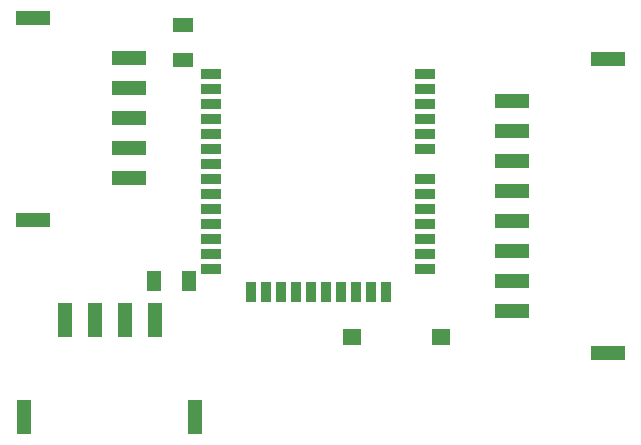
<source format=gbr>
G04 EAGLE Gerber RS-274X export*
G75*
%MOMM*%
%FSLAX34Y34*%
%LPD*%
%INSolderpaste Top*%
%IPPOS*%
%AMOC8*
5,1,8,0,0,1.08239X$1,22.5*%
G01*
G04 Define Apertures*
%ADD10R,1.800000X0.863600*%
%ADD11R,0.863600X1.800000*%
%ADD12R,3.000000X1.270000*%
%ADD13R,1.815300X1.164600*%
%ADD14R,1.270000X3.000000*%
%ADD15R,1.600000X1.400000*%
%ADD16R,1.164600X1.815300*%
D10*
X168570Y142917D03*
X168570Y155617D03*
X168570Y168317D03*
X168570Y181017D03*
X168570Y193717D03*
X168570Y206417D03*
X168570Y219117D03*
X168570Y231817D03*
X168570Y244517D03*
X168570Y257217D03*
X168570Y269917D03*
X168570Y282617D03*
X168570Y295317D03*
X168570Y308017D03*
D11*
X201859Y123190D03*
X214559Y123190D03*
X227259Y123190D03*
X239959Y123190D03*
X252659Y123190D03*
X265359Y123190D03*
X278059Y123190D03*
X290759Y123190D03*
X303459Y123190D03*
X316159Y123190D03*
D10*
X349277Y142914D03*
X349277Y155614D03*
X349277Y168314D03*
X349277Y181014D03*
X349277Y193714D03*
X349277Y206414D03*
X349277Y219114D03*
X349277Y244514D03*
X349277Y257214D03*
X349277Y269914D03*
X349277Y282614D03*
X349277Y295314D03*
X349277Y308014D03*
D12*
X98910Y219961D03*
X98910Y245361D03*
X98910Y270761D03*
X98910Y296161D03*
X98910Y321561D03*
X17540Y184190D03*
X17540Y354840D03*
D13*
X144735Y348764D03*
X144735Y319256D03*
D14*
X120654Y99002D03*
X95254Y99002D03*
X69854Y99002D03*
X44454Y99002D03*
X154510Y17540D03*
X10160Y17620D03*
D15*
X362620Y84724D03*
X287620Y84724D03*
D12*
X423060Y284758D03*
X423060Y259358D03*
X423060Y233958D03*
X423060Y208558D03*
X423060Y183158D03*
X504430Y320529D03*
X504430Y71139D03*
X423060Y157758D03*
X423060Y132358D03*
X423060Y106958D03*
D16*
X149374Y132080D03*
X119866Y132080D03*
M02*

</source>
